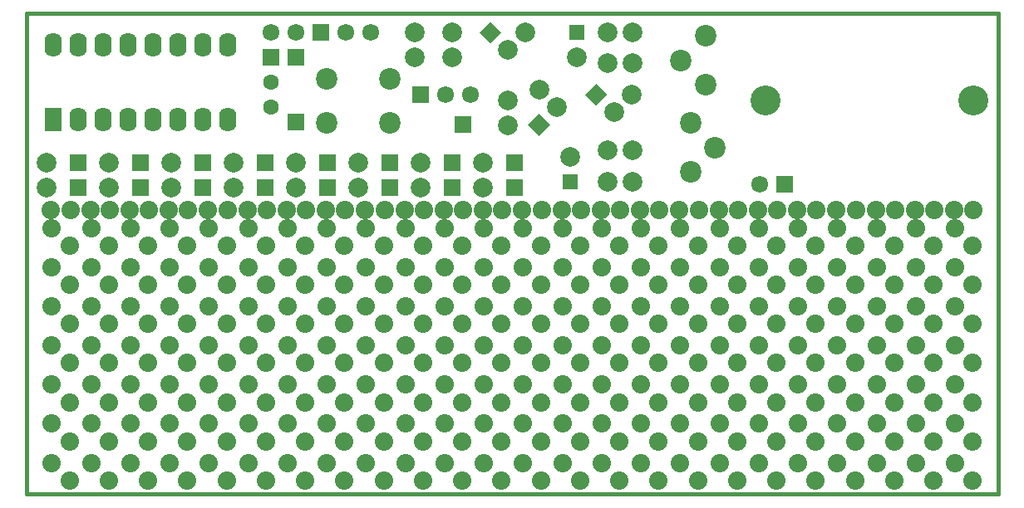
<source format=gbs>
G04 (created by PCBNEW-RS274X (2011-dec-28)-stable) date Thu 26 Jan 2012 11:18:55 PM CET*
G01*
G70*
G90*
%MOIN*%
G04 Gerber Fmt 3.4, Leading zero omitted, Abs format*
%FSLAX34Y34*%
G04 APERTURE LIST*
%ADD10C,0.006000*%
%ADD11C,0.015000*%
%ADD12R,0.069800X0.097800*%
%ADD13O,0.069800X0.097800*%
%ADD14C,0.086500*%
%ADD15C,0.062800*%
%ADD16C,0.073800*%
%ADD17R,0.067800X0.067800*%
%ADD18C,0.067800*%
%ADD19C,0.078700*%
%ADD20R,0.062800X0.062800*%
%ADD21C,0.120000*%
G04 APERTURE END LIST*
G54D10*
G54D11*
X19685Y-35039D02*
X19685Y-15748D01*
X58661Y-35039D02*
X19685Y-35039D01*
X58661Y-15748D02*
X58661Y-35039D01*
X19685Y-15748D02*
X58661Y-15748D01*
G54D12*
X20750Y-20000D03*
G54D13*
X21750Y-20000D03*
X22750Y-20000D03*
X23750Y-20000D03*
X24750Y-20000D03*
X25750Y-20000D03*
X26750Y-20000D03*
X27750Y-20000D03*
X27750Y-17000D03*
X26750Y-17000D03*
X25750Y-17000D03*
X24750Y-17000D03*
X23750Y-17000D03*
X22750Y-17000D03*
X21750Y-17000D03*
X20750Y-17000D03*
G54D14*
X46330Y-20141D03*
X46330Y-22109D03*
X47314Y-21125D03*
X46920Y-18609D03*
X46920Y-16641D03*
X45936Y-17625D03*
G54D15*
X29500Y-18500D03*
X29500Y-19500D03*
G54D14*
X34279Y-20136D03*
X34279Y-18364D03*
X31720Y-18364D03*
X31720Y-20136D03*
G54D16*
X45874Y-23622D03*
X46654Y-23622D03*
X22249Y-23622D03*
X23029Y-23622D03*
X20674Y-23622D03*
X21454Y-23622D03*
X23824Y-23622D03*
X24604Y-23622D03*
X30124Y-23622D03*
X30904Y-23622D03*
X26974Y-23622D03*
X27754Y-23622D03*
X39574Y-23622D03*
X40354Y-23622D03*
X42724Y-23622D03*
X43504Y-23622D03*
X36424Y-23622D03*
X37204Y-23622D03*
X33274Y-23622D03*
X34054Y-23622D03*
X52174Y-23622D03*
X52954Y-23622D03*
X55324Y-23622D03*
X56104Y-23622D03*
X49024Y-23622D03*
X49804Y-23622D03*
X47449Y-23622D03*
X48229Y-23622D03*
X50599Y-23622D03*
X51379Y-23622D03*
X56899Y-23622D03*
X57679Y-23622D03*
X53749Y-23622D03*
X54529Y-23622D03*
X34849Y-23622D03*
X35629Y-23622D03*
X37999Y-23622D03*
X38779Y-23622D03*
X44299Y-23622D03*
X45079Y-23622D03*
X41149Y-23622D03*
X41929Y-23622D03*
X28549Y-23622D03*
X29329Y-23622D03*
X31699Y-23622D03*
X32479Y-23622D03*
X25399Y-23622D03*
X26179Y-23622D03*
X52210Y-25924D03*
X52918Y-26632D03*
X52210Y-24351D03*
X52918Y-25059D03*
X33310Y-27497D03*
X34018Y-28205D03*
X33310Y-24351D03*
X34018Y-25059D03*
X33310Y-25924D03*
X34018Y-26632D03*
X52210Y-33789D03*
X52918Y-34497D03*
X52210Y-27497D03*
X52918Y-28205D03*
X52210Y-30643D03*
X52918Y-31351D03*
X52210Y-29070D03*
X52918Y-29778D03*
X52210Y-32216D03*
X52918Y-32924D03*
X49060Y-32216D03*
X49768Y-32924D03*
X33310Y-30643D03*
X34018Y-31351D03*
X33310Y-29070D03*
X34018Y-29778D03*
X33310Y-32216D03*
X34018Y-32924D03*
X33310Y-33789D03*
X34018Y-34497D03*
X36460Y-33789D03*
X37168Y-34497D03*
X36460Y-32216D03*
X37168Y-32924D03*
X36460Y-29070D03*
X37168Y-29778D03*
X36460Y-30643D03*
X37168Y-31351D03*
X36460Y-27497D03*
X37168Y-28205D03*
X36460Y-25924D03*
X37168Y-26632D03*
X49060Y-30643D03*
X49768Y-31351D03*
X45910Y-24351D03*
X46618Y-25059D03*
X45910Y-25924D03*
X46618Y-26632D03*
X45910Y-27497D03*
X46618Y-28205D03*
X45910Y-30643D03*
X46618Y-31351D03*
X45910Y-29070D03*
X46618Y-29778D03*
X45910Y-32216D03*
X46618Y-32924D03*
X45910Y-33789D03*
X46618Y-34497D03*
X49060Y-33789D03*
X49768Y-34497D03*
X39610Y-27497D03*
X40318Y-28205D03*
X49060Y-29070D03*
X49768Y-29778D03*
X55360Y-33789D03*
X56068Y-34497D03*
X49060Y-27497D03*
X49768Y-28205D03*
X49060Y-25924D03*
X49768Y-26632D03*
X49060Y-24351D03*
X49768Y-25059D03*
X55360Y-24351D03*
X56068Y-25059D03*
X55360Y-25924D03*
X56068Y-26632D03*
X55360Y-27497D03*
X56068Y-28205D03*
X55360Y-30643D03*
X56068Y-31351D03*
X55360Y-29070D03*
X56068Y-29778D03*
X55360Y-32216D03*
X56068Y-32924D03*
X23860Y-30643D03*
X24568Y-31351D03*
X30160Y-33789D03*
X30868Y-34497D03*
X30160Y-32216D03*
X30868Y-32924D03*
X30160Y-29070D03*
X30868Y-29778D03*
X30160Y-30643D03*
X30868Y-31351D03*
X30160Y-27497D03*
X30868Y-28205D03*
X30160Y-25924D03*
X30868Y-26632D03*
X30160Y-24351D03*
X30868Y-25059D03*
X23860Y-24351D03*
X24568Y-25059D03*
X23860Y-25924D03*
X24568Y-26632D03*
X23860Y-27497D03*
X24568Y-28205D03*
X27010Y-33789D03*
X27718Y-34497D03*
X23860Y-29070D03*
X24568Y-29778D03*
X23860Y-32216D03*
X24568Y-32924D03*
X23860Y-33789D03*
X24568Y-34497D03*
X20710Y-33789D03*
X21418Y-34497D03*
X20710Y-32216D03*
X21418Y-32924D03*
X20710Y-29070D03*
X21418Y-29778D03*
X20710Y-30643D03*
X21418Y-31351D03*
X20710Y-27497D03*
X21418Y-28205D03*
X20710Y-25924D03*
X21418Y-26632D03*
X39610Y-30643D03*
X40318Y-31351D03*
X42760Y-24351D03*
X43468Y-25059D03*
X42760Y-25924D03*
X43468Y-26632D03*
X42760Y-27497D03*
X43468Y-28205D03*
X42760Y-30643D03*
X43468Y-31351D03*
X42760Y-29070D03*
X43468Y-29778D03*
X42760Y-32216D03*
X43468Y-32924D03*
X42760Y-33789D03*
X43468Y-34497D03*
X39610Y-33789D03*
X40318Y-34497D03*
X39610Y-32216D03*
X40318Y-32924D03*
X39610Y-29070D03*
X40318Y-29778D03*
X36460Y-24351D03*
X37168Y-25059D03*
X20710Y-24351D03*
X21418Y-25059D03*
X39610Y-25924D03*
X40318Y-26632D03*
X39610Y-24351D03*
X40318Y-25059D03*
X27010Y-24351D03*
X27718Y-25059D03*
X27010Y-25924D03*
X27718Y-26632D03*
X27010Y-27497D03*
X27718Y-28205D03*
X27010Y-30643D03*
X27718Y-31351D03*
X27010Y-29070D03*
X27718Y-29778D03*
X27010Y-32216D03*
X27718Y-32924D03*
X41185Y-30643D03*
X41893Y-31351D03*
X28585Y-33789D03*
X29293Y-34497D03*
X28585Y-32216D03*
X29293Y-32924D03*
X28585Y-29070D03*
X29293Y-29778D03*
X28585Y-30643D03*
X29293Y-31351D03*
X28585Y-27497D03*
X29293Y-28205D03*
X28585Y-25924D03*
X29293Y-26632D03*
X28585Y-24351D03*
X29293Y-25059D03*
X41185Y-24351D03*
X41893Y-25059D03*
X41185Y-25924D03*
X41893Y-26632D03*
X41185Y-27497D03*
X41893Y-28205D03*
X31735Y-33789D03*
X32443Y-34497D03*
X41185Y-29070D03*
X41893Y-29778D03*
X41185Y-32216D03*
X41893Y-32924D03*
X41185Y-33789D03*
X41893Y-34497D03*
X44335Y-33789D03*
X45043Y-34497D03*
X44335Y-32216D03*
X45043Y-32924D03*
X44335Y-29070D03*
X45043Y-29778D03*
X44335Y-30643D03*
X45043Y-31351D03*
X44335Y-27497D03*
X45043Y-28205D03*
X44335Y-25924D03*
X45043Y-26632D03*
X25435Y-30643D03*
X26143Y-31351D03*
X22285Y-24351D03*
X22993Y-25059D03*
X22285Y-25924D03*
X22993Y-26632D03*
X22285Y-27497D03*
X22993Y-28205D03*
X22285Y-30643D03*
X22993Y-31351D03*
X22285Y-29070D03*
X22993Y-29778D03*
X22285Y-32216D03*
X22993Y-32924D03*
X22285Y-33789D03*
X22993Y-34497D03*
X25435Y-33789D03*
X26143Y-34497D03*
X25435Y-32216D03*
X26143Y-32924D03*
X25435Y-29070D03*
X26143Y-29778D03*
X44335Y-24351D03*
X45043Y-25059D03*
X25435Y-27497D03*
X26143Y-28205D03*
X25435Y-25924D03*
X26143Y-26632D03*
X25435Y-24351D03*
X26143Y-25059D03*
X31735Y-24351D03*
X32443Y-25059D03*
X31735Y-25924D03*
X32443Y-26632D03*
X31735Y-27497D03*
X32443Y-28205D03*
X31735Y-30643D03*
X32443Y-31351D03*
X31735Y-29070D03*
X32443Y-29778D03*
X31735Y-32216D03*
X32443Y-32924D03*
X50635Y-30643D03*
X51343Y-31351D03*
X56935Y-33789D03*
X57643Y-34497D03*
X56935Y-32216D03*
X57643Y-32924D03*
X56935Y-29070D03*
X57643Y-29778D03*
X56935Y-30643D03*
X57643Y-31351D03*
X56935Y-27497D03*
X57643Y-28205D03*
X56935Y-25924D03*
X57643Y-26632D03*
X56935Y-24351D03*
X57643Y-25059D03*
X50635Y-24351D03*
X51343Y-25059D03*
X50635Y-25924D03*
X51343Y-26632D03*
X50635Y-27497D03*
X51343Y-28205D03*
X53785Y-33789D03*
X54493Y-34497D03*
X50635Y-29070D03*
X51343Y-29778D03*
X50635Y-32216D03*
X51343Y-32924D03*
X50635Y-33789D03*
X51343Y-34497D03*
X47485Y-33789D03*
X48193Y-34497D03*
X47485Y-32216D03*
X48193Y-32924D03*
X47485Y-29070D03*
X48193Y-29778D03*
X47485Y-30643D03*
X48193Y-31351D03*
X47485Y-27497D03*
X48193Y-28205D03*
X47485Y-25924D03*
X48193Y-26632D03*
X34885Y-30643D03*
X35593Y-31351D03*
X38035Y-24351D03*
X38743Y-25059D03*
X38035Y-25924D03*
X38743Y-26632D03*
X38035Y-27497D03*
X38743Y-28205D03*
X38035Y-30643D03*
X38743Y-31351D03*
X38035Y-29070D03*
X38743Y-29778D03*
X38035Y-32216D03*
X38743Y-32924D03*
X38035Y-33789D03*
X38743Y-34497D03*
X34885Y-33789D03*
X35593Y-34497D03*
X34885Y-32216D03*
X35593Y-32924D03*
X34885Y-29070D03*
X35593Y-29778D03*
X47485Y-24351D03*
X48193Y-25059D03*
X34885Y-27497D03*
X35593Y-28205D03*
X34885Y-25924D03*
X35593Y-26632D03*
X34885Y-24351D03*
X35593Y-25059D03*
X53785Y-24351D03*
X54493Y-25059D03*
X53785Y-25924D03*
X54493Y-26632D03*
X53785Y-27497D03*
X54493Y-28205D03*
X53785Y-30643D03*
X54493Y-31351D03*
X53785Y-29070D03*
X54493Y-29778D03*
X53785Y-32216D03*
X54493Y-32924D03*
G54D17*
X29500Y-17500D03*
G54D18*
X29500Y-16500D03*
G54D17*
X31500Y-16500D03*
G54D18*
X32500Y-16500D03*
X33500Y-16500D03*
G54D17*
X30500Y-17500D03*
G54D18*
X30500Y-16500D03*
G54D17*
X30500Y-20100D03*
X35500Y-19000D03*
G54D18*
X36500Y-19000D03*
X37500Y-19000D03*
G54D17*
X37200Y-20200D03*
X50100Y-22600D03*
G54D18*
X49100Y-22600D03*
G54D17*
X21750Y-21750D03*
X21750Y-22750D03*
X24250Y-21750D03*
X24250Y-22750D03*
X26750Y-21750D03*
X26750Y-22750D03*
X29250Y-21750D03*
X29250Y-22750D03*
X31750Y-21750D03*
X31750Y-22750D03*
X34250Y-21750D03*
X34250Y-22750D03*
X36750Y-21750D03*
X36750Y-22750D03*
X39250Y-21750D03*
X39250Y-22750D03*
G54D19*
X20500Y-21750D03*
X20500Y-22750D03*
X23000Y-21750D03*
X23000Y-22750D03*
X25500Y-21750D03*
X25500Y-22750D03*
X28000Y-21750D03*
X28000Y-22750D03*
X30500Y-21750D03*
X30500Y-22750D03*
X33000Y-21750D03*
X33000Y-22750D03*
X35500Y-21750D03*
X35500Y-22750D03*
X38000Y-21750D03*
X38000Y-22750D03*
X44000Y-22500D03*
X43000Y-22500D03*
X44000Y-21250D03*
X43000Y-21250D03*
X44000Y-17750D03*
X43000Y-17750D03*
X44000Y-16500D03*
X43000Y-16500D03*
X39000Y-19250D03*
X39000Y-20250D03*
X35250Y-17500D03*
X35250Y-16500D03*
X36750Y-17500D03*
X36750Y-16500D03*
G54D20*
X41500Y-22500D03*
G54D19*
X41500Y-21500D03*
G54D10*
G36*
X42987Y-19000D02*
X42543Y-19444D01*
X42099Y-19000D01*
X42543Y-18556D01*
X42987Y-19000D01*
X42987Y-19000D01*
G37*
G54D19*
X43250Y-19707D03*
X43957Y-19000D03*
G54D20*
X41750Y-16500D03*
G54D19*
X41750Y-17500D03*
G54D10*
G36*
X40250Y-19763D02*
X40694Y-20207D01*
X40250Y-20651D01*
X39806Y-20207D01*
X40250Y-19763D01*
X40250Y-19763D01*
G37*
G54D19*
X40957Y-19500D03*
X40250Y-18793D03*
G54D10*
G36*
X38737Y-16500D02*
X38293Y-16944D01*
X37849Y-16500D01*
X38293Y-16056D01*
X38737Y-16500D01*
X38737Y-16500D01*
G37*
G54D19*
X39000Y-17207D03*
X39707Y-16500D03*
G54D21*
X49344Y-19250D03*
X57656Y-19250D03*
M02*

</source>
